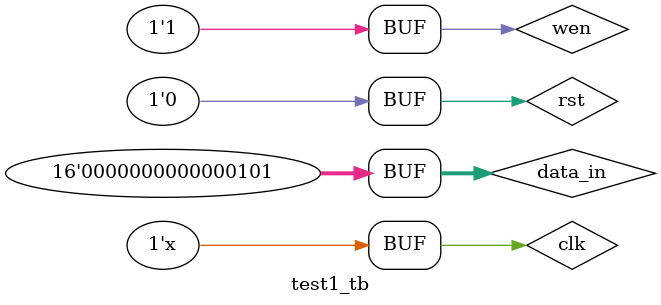
<source format=sv>
`timescale 1ns / 1ps


module test1_tb;
    bit clk;
    bit rst;
    bit wen;
    bit [15:0] data_in;
    wire [15:0] data_out;
    
    always #2 clk = !clk;
    
    initial begin
        rst = 1;
        #400
        rst = 0;
        wen = 1;
        data_in = 5;
    end
    
    test1 t(clk, rst, wen, data_in, data_out);
endmodule

</source>
